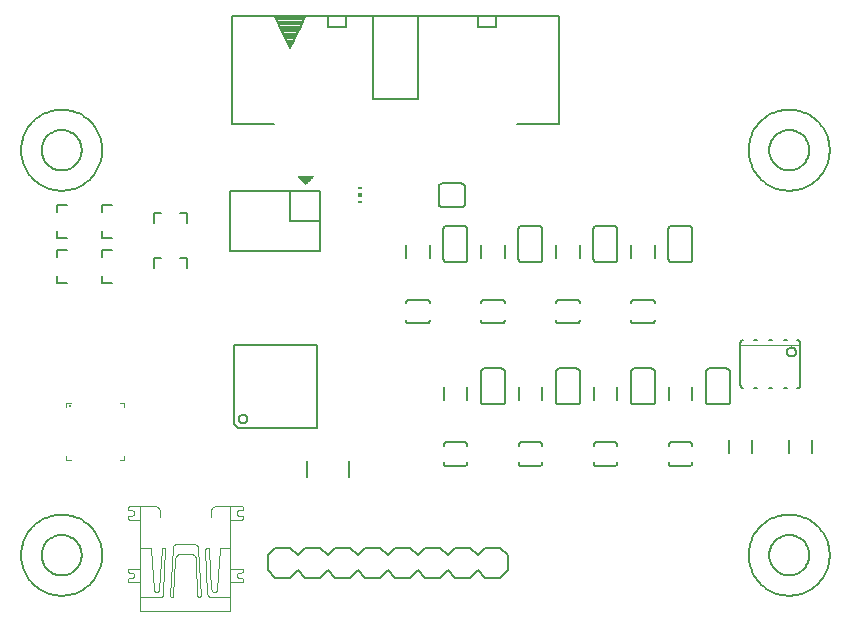
<source format=gto>
G75*
G70*
%OFA0B0*%
%FSLAX24Y24*%
%IPPOS*%
%LPD*%
%AMOC8*
5,1,8,0,0,1.08239X$1,22.5*
%
%ADD10C,0.0060*%
%ADD11C,0.0080*%
%ADD12C,0.0050*%
%ADD13C,0.0040*%
%ADD14C,0.0118*%
%ADD15C,0.0025*%
%ADD16C,0.0020*%
%ADD17R,0.0118X0.0059*%
%ADD18R,0.0118X0.0118*%
D10*
X003175Y004525D02*
X003177Y004598D01*
X003183Y004671D01*
X003193Y004743D01*
X003207Y004815D01*
X003224Y004886D01*
X003246Y004956D01*
X003271Y005025D01*
X003300Y005092D01*
X003332Y005157D01*
X003368Y005221D01*
X003408Y005283D01*
X003450Y005342D01*
X003496Y005399D01*
X003545Y005453D01*
X003597Y005505D01*
X003651Y005554D01*
X003708Y005600D01*
X003767Y005642D01*
X003829Y005682D01*
X003893Y005718D01*
X003958Y005750D01*
X004025Y005779D01*
X004094Y005804D01*
X004164Y005826D01*
X004235Y005843D01*
X004307Y005857D01*
X004379Y005867D01*
X004452Y005873D01*
X004525Y005875D01*
X004598Y005873D01*
X004671Y005867D01*
X004743Y005857D01*
X004815Y005843D01*
X004886Y005826D01*
X004956Y005804D01*
X005025Y005779D01*
X005092Y005750D01*
X005157Y005718D01*
X005221Y005682D01*
X005283Y005642D01*
X005342Y005600D01*
X005399Y005554D01*
X005453Y005505D01*
X005505Y005453D01*
X005554Y005399D01*
X005600Y005342D01*
X005642Y005283D01*
X005682Y005221D01*
X005718Y005157D01*
X005750Y005092D01*
X005779Y005025D01*
X005804Y004956D01*
X005826Y004886D01*
X005843Y004815D01*
X005857Y004743D01*
X005867Y004671D01*
X005873Y004598D01*
X005875Y004525D01*
X005873Y004452D01*
X005867Y004379D01*
X005857Y004307D01*
X005843Y004235D01*
X005826Y004164D01*
X005804Y004094D01*
X005779Y004025D01*
X005750Y003958D01*
X005718Y003893D01*
X005682Y003829D01*
X005642Y003767D01*
X005600Y003708D01*
X005554Y003651D01*
X005505Y003597D01*
X005453Y003545D01*
X005399Y003496D01*
X005342Y003450D01*
X005283Y003408D01*
X005221Y003368D01*
X005157Y003332D01*
X005092Y003300D01*
X005025Y003271D01*
X004956Y003246D01*
X004886Y003224D01*
X004815Y003207D01*
X004743Y003193D01*
X004671Y003183D01*
X004598Y003177D01*
X004525Y003175D01*
X004452Y003177D01*
X004379Y003183D01*
X004307Y003193D01*
X004235Y003207D01*
X004164Y003224D01*
X004094Y003246D01*
X004025Y003271D01*
X003958Y003300D01*
X003893Y003332D01*
X003829Y003368D01*
X003767Y003408D01*
X003708Y003450D01*
X003651Y003496D01*
X003597Y003545D01*
X003545Y003597D01*
X003496Y003651D01*
X003450Y003708D01*
X003408Y003767D01*
X003368Y003829D01*
X003332Y003893D01*
X003300Y003958D01*
X003271Y004025D01*
X003246Y004094D01*
X003224Y004164D01*
X003207Y004235D01*
X003193Y004307D01*
X003183Y004379D01*
X003177Y004452D01*
X003175Y004525D01*
X010270Y008910D02*
X010410Y008770D01*
X013030Y008770D01*
X013030Y011530D01*
X010270Y011530D01*
X010270Y008910D01*
X010429Y009070D02*
X010431Y009093D01*
X010437Y009116D01*
X010446Y009137D01*
X010459Y009157D01*
X010475Y009174D01*
X010493Y009188D01*
X010513Y009199D01*
X010535Y009207D01*
X010558Y009211D01*
X010582Y009211D01*
X010605Y009207D01*
X010627Y009199D01*
X010647Y009188D01*
X010665Y009174D01*
X010681Y009157D01*
X010694Y009137D01*
X010703Y009116D01*
X010709Y009093D01*
X010711Y009070D01*
X010709Y009047D01*
X010703Y009024D01*
X010694Y009003D01*
X010681Y008983D01*
X010665Y008966D01*
X010647Y008952D01*
X010627Y008941D01*
X010605Y008933D01*
X010582Y008929D01*
X010558Y008929D01*
X010535Y008933D01*
X010513Y008941D01*
X010493Y008952D01*
X010475Y008966D01*
X010459Y008983D01*
X010446Y009003D01*
X010437Y009024D01*
X010431Y009047D01*
X010429Y009070D01*
X017350Y014300D02*
X017950Y014300D01*
X017967Y014302D01*
X017984Y014306D01*
X018000Y014313D01*
X018014Y014323D01*
X018027Y014336D01*
X018037Y014350D01*
X018044Y014366D01*
X018048Y014383D01*
X018050Y014400D01*
X018050Y015400D01*
X018048Y015417D01*
X018044Y015434D01*
X018037Y015450D01*
X018027Y015464D01*
X018014Y015477D01*
X018000Y015487D01*
X017984Y015494D01*
X017967Y015498D01*
X017950Y015500D01*
X017350Y015500D01*
X017333Y015498D01*
X017316Y015494D01*
X017300Y015487D01*
X017286Y015477D01*
X017273Y015464D01*
X017263Y015450D01*
X017256Y015434D01*
X017252Y015417D01*
X017250Y015400D01*
X017250Y014400D01*
X017252Y014383D01*
X017256Y014366D01*
X017263Y014350D01*
X017273Y014336D01*
X017286Y014323D01*
X017300Y014313D01*
X017316Y014306D01*
X017333Y014302D01*
X017350Y014300D01*
X019750Y014400D02*
X019750Y015400D01*
X019752Y015417D01*
X019756Y015434D01*
X019763Y015450D01*
X019773Y015464D01*
X019786Y015477D01*
X019800Y015487D01*
X019816Y015494D01*
X019833Y015498D01*
X019850Y015500D01*
X020450Y015500D01*
X020467Y015498D01*
X020484Y015494D01*
X020500Y015487D01*
X020514Y015477D01*
X020527Y015464D01*
X020537Y015450D01*
X020544Y015434D01*
X020548Y015417D01*
X020550Y015400D01*
X020550Y014400D01*
X020548Y014383D01*
X020544Y014366D01*
X020537Y014350D01*
X020527Y014336D01*
X020514Y014323D01*
X020500Y014313D01*
X020484Y014306D01*
X020467Y014302D01*
X020450Y014300D01*
X019850Y014300D01*
X019833Y014302D01*
X019816Y014306D01*
X019800Y014313D01*
X019786Y014323D01*
X019773Y014336D01*
X019763Y014350D01*
X019756Y014366D01*
X019752Y014383D01*
X019750Y014400D01*
X022250Y014400D02*
X022250Y015400D01*
X022252Y015417D01*
X022256Y015434D01*
X022263Y015450D01*
X022273Y015464D01*
X022286Y015477D01*
X022300Y015487D01*
X022316Y015494D01*
X022333Y015498D01*
X022350Y015500D01*
X022950Y015500D01*
X022967Y015498D01*
X022984Y015494D01*
X023000Y015487D01*
X023014Y015477D01*
X023027Y015464D01*
X023037Y015450D01*
X023044Y015434D01*
X023048Y015417D01*
X023050Y015400D01*
X023050Y014400D01*
X023048Y014383D01*
X023044Y014366D01*
X023037Y014350D01*
X023027Y014336D01*
X023014Y014323D01*
X023000Y014313D01*
X022984Y014306D01*
X022967Y014302D01*
X022950Y014300D01*
X022350Y014300D01*
X022333Y014302D01*
X022316Y014306D01*
X022300Y014313D01*
X022286Y014323D01*
X022273Y014336D01*
X022263Y014350D01*
X022256Y014366D01*
X022252Y014383D01*
X022250Y014400D01*
X024750Y014400D02*
X024750Y015400D01*
X024752Y015417D01*
X024756Y015434D01*
X024763Y015450D01*
X024773Y015464D01*
X024786Y015477D01*
X024800Y015487D01*
X024816Y015494D01*
X024833Y015498D01*
X024850Y015500D01*
X025450Y015500D01*
X025467Y015498D01*
X025484Y015494D01*
X025500Y015487D01*
X025514Y015477D01*
X025527Y015464D01*
X025537Y015450D01*
X025544Y015434D01*
X025548Y015417D01*
X025550Y015400D01*
X025550Y014400D01*
X025548Y014383D01*
X025544Y014366D01*
X025537Y014350D01*
X025527Y014336D01*
X025514Y014323D01*
X025500Y014313D01*
X025484Y014306D01*
X025467Y014302D01*
X025450Y014300D01*
X024850Y014300D01*
X024833Y014302D01*
X024816Y014306D01*
X024800Y014313D01*
X024786Y014323D01*
X024773Y014336D01*
X024763Y014350D01*
X024756Y014366D01*
X024752Y014383D01*
X024750Y014400D01*
X027150Y011600D02*
X027150Y010200D01*
X027152Y010183D01*
X027156Y010166D01*
X027163Y010150D01*
X027173Y010136D01*
X027186Y010123D01*
X027200Y010113D01*
X027216Y010106D01*
X027233Y010102D01*
X027250Y010100D01*
X027600Y010100D02*
X027700Y010100D01*
X028100Y010100D02*
X028200Y010100D01*
X028600Y010100D02*
X028700Y010100D01*
X029050Y010100D02*
X029067Y010102D01*
X029084Y010106D01*
X029100Y010113D01*
X029114Y010123D01*
X029127Y010136D01*
X029137Y010150D01*
X029144Y010166D01*
X029148Y010183D01*
X029150Y010200D01*
X029150Y011600D01*
X029148Y011617D01*
X029144Y011634D01*
X029137Y011650D01*
X029127Y011664D01*
X029114Y011677D01*
X029100Y011687D01*
X029084Y011694D01*
X029067Y011698D01*
X029050Y011700D01*
X028700Y011700D02*
X028600Y011700D01*
X028200Y011700D02*
X028100Y011700D01*
X027700Y011700D02*
X027600Y011700D01*
X027250Y011700D02*
X027233Y011698D01*
X027216Y011694D01*
X027200Y011687D01*
X027186Y011677D01*
X027173Y011664D01*
X027163Y011650D01*
X027156Y011634D01*
X027152Y011617D01*
X027150Y011600D01*
X026700Y010750D02*
X026100Y010750D01*
X026083Y010748D01*
X026066Y010744D01*
X026050Y010737D01*
X026036Y010727D01*
X026023Y010714D01*
X026013Y010700D01*
X026006Y010684D01*
X026002Y010667D01*
X026000Y010650D01*
X026000Y009650D01*
X026002Y009633D01*
X026006Y009616D01*
X026013Y009600D01*
X026023Y009586D01*
X026036Y009573D01*
X026050Y009563D01*
X026066Y009556D01*
X026083Y009552D01*
X026100Y009550D01*
X026700Y009550D01*
X026717Y009552D01*
X026734Y009556D01*
X026750Y009563D01*
X026764Y009573D01*
X026777Y009586D01*
X026787Y009600D01*
X026794Y009616D01*
X026798Y009633D01*
X026800Y009650D01*
X026800Y010650D01*
X026798Y010667D01*
X026794Y010684D01*
X026787Y010700D01*
X026777Y010714D01*
X026764Y010727D01*
X026750Y010737D01*
X026734Y010744D01*
X026717Y010748D01*
X026700Y010750D01*
X028700Y011300D02*
X028702Y011324D01*
X028708Y011348D01*
X028717Y011370D01*
X028730Y011390D01*
X028746Y011408D01*
X028765Y011423D01*
X028786Y011436D01*
X028808Y011444D01*
X028832Y011449D01*
X028856Y011450D01*
X028880Y011447D01*
X028903Y011440D01*
X028925Y011430D01*
X028945Y011416D01*
X028962Y011399D01*
X028977Y011380D01*
X028988Y011359D01*
X028996Y011336D01*
X029000Y011312D01*
X029000Y011288D01*
X028996Y011264D01*
X028988Y011241D01*
X028977Y011220D01*
X028962Y011201D01*
X028945Y011184D01*
X028925Y011170D01*
X028903Y011160D01*
X028880Y011153D01*
X028856Y011150D01*
X028832Y011151D01*
X028808Y011156D01*
X028786Y011164D01*
X028765Y011177D01*
X028746Y011192D01*
X028730Y011210D01*
X028717Y011230D01*
X028708Y011252D01*
X028702Y011276D01*
X028700Y011300D01*
X024300Y010650D02*
X024300Y009650D01*
X024298Y009633D01*
X024294Y009616D01*
X024287Y009600D01*
X024277Y009586D01*
X024264Y009573D01*
X024250Y009563D01*
X024234Y009556D01*
X024217Y009552D01*
X024200Y009550D01*
X023600Y009550D01*
X023583Y009552D01*
X023566Y009556D01*
X023550Y009563D01*
X023536Y009573D01*
X023523Y009586D01*
X023513Y009600D01*
X023506Y009616D01*
X023502Y009633D01*
X023500Y009650D01*
X023500Y010650D01*
X023502Y010667D01*
X023506Y010684D01*
X023513Y010700D01*
X023523Y010714D01*
X023536Y010727D01*
X023550Y010737D01*
X023566Y010744D01*
X023583Y010748D01*
X023600Y010750D01*
X024200Y010750D01*
X024217Y010748D01*
X024234Y010744D01*
X024250Y010737D01*
X024264Y010727D01*
X024277Y010714D01*
X024287Y010700D01*
X024294Y010684D01*
X024298Y010667D01*
X024300Y010650D01*
X021800Y010650D02*
X021800Y009650D01*
X021798Y009633D01*
X021794Y009616D01*
X021787Y009600D01*
X021777Y009586D01*
X021764Y009573D01*
X021750Y009563D01*
X021734Y009556D01*
X021717Y009552D01*
X021700Y009550D01*
X021100Y009550D01*
X021083Y009552D01*
X021066Y009556D01*
X021050Y009563D01*
X021036Y009573D01*
X021023Y009586D01*
X021013Y009600D01*
X021006Y009616D01*
X021002Y009633D01*
X021000Y009650D01*
X021000Y010650D01*
X021002Y010667D01*
X021006Y010684D01*
X021013Y010700D01*
X021023Y010714D01*
X021036Y010727D01*
X021050Y010737D01*
X021066Y010744D01*
X021083Y010748D01*
X021100Y010750D01*
X021700Y010750D01*
X021717Y010748D01*
X021734Y010744D01*
X021750Y010737D01*
X021764Y010727D01*
X021777Y010714D01*
X021787Y010700D01*
X021794Y010684D01*
X021798Y010667D01*
X021800Y010650D01*
X019300Y010650D02*
X019300Y009650D01*
X019298Y009633D01*
X019294Y009616D01*
X019287Y009600D01*
X019277Y009586D01*
X019264Y009573D01*
X019250Y009563D01*
X019234Y009556D01*
X019217Y009552D01*
X019200Y009550D01*
X018600Y009550D01*
X018583Y009552D01*
X018566Y009556D01*
X018550Y009563D01*
X018536Y009573D01*
X018523Y009586D01*
X018513Y009600D01*
X018506Y009616D01*
X018502Y009633D01*
X018500Y009650D01*
X018500Y010650D01*
X018502Y010667D01*
X018506Y010684D01*
X018513Y010700D01*
X018523Y010714D01*
X018536Y010727D01*
X018550Y010737D01*
X018566Y010744D01*
X018583Y010748D01*
X018600Y010750D01*
X019200Y010750D01*
X019217Y010748D01*
X019234Y010744D01*
X019250Y010737D01*
X019264Y010727D01*
X019277Y010714D01*
X019287Y010700D01*
X019294Y010684D01*
X019298Y010667D01*
X019300Y010650D01*
X013150Y014650D02*
X010150Y014650D01*
X010150Y016650D01*
X012150Y016650D01*
X012150Y015650D01*
X013150Y015650D01*
X013150Y014650D01*
X013150Y015650D02*
X013150Y016650D01*
X012150Y016650D01*
X017092Y016820D02*
X017092Y016230D01*
X017091Y016229D02*
X017095Y016211D01*
X017101Y016193D01*
X017111Y016176D01*
X017123Y016162D01*
X017138Y016149D01*
X017154Y016140D01*
X017172Y016134D01*
X017191Y016130D01*
X017210Y016130D01*
X017210Y016131D02*
X017840Y016131D01*
X017859Y016131D01*
X017878Y016135D01*
X017896Y016141D01*
X017912Y016151D01*
X017927Y016163D01*
X017939Y016177D01*
X017949Y016194D01*
X017955Y016211D01*
X017959Y016230D01*
X017958Y016230D02*
X017958Y016820D01*
X017959Y016820D02*
X017955Y016839D01*
X017949Y016856D01*
X017939Y016873D01*
X017927Y016887D01*
X017912Y016899D01*
X017896Y016909D01*
X017878Y016915D01*
X017859Y016919D01*
X017840Y016919D01*
X017210Y016919D01*
X017191Y016919D01*
X017172Y016915D01*
X017154Y016909D01*
X017138Y016899D01*
X017123Y016887D01*
X017111Y016873D01*
X017101Y016856D01*
X017095Y016839D01*
X017091Y016820D01*
X027425Y018025D02*
X027427Y018098D01*
X027433Y018171D01*
X027443Y018243D01*
X027457Y018315D01*
X027474Y018386D01*
X027496Y018456D01*
X027521Y018525D01*
X027550Y018592D01*
X027582Y018657D01*
X027618Y018721D01*
X027658Y018783D01*
X027700Y018842D01*
X027746Y018899D01*
X027795Y018953D01*
X027847Y019005D01*
X027901Y019054D01*
X027958Y019100D01*
X028017Y019142D01*
X028079Y019182D01*
X028143Y019218D01*
X028208Y019250D01*
X028275Y019279D01*
X028344Y019304D01*
X028414Y019326D01*
X028485Y019343D01*
X028557Y019357D01*
X028629Y019367D01*
X028702Y019373D01*
X028775Y019375D01*
X028848Y019373D01*
X028921Y019367D01*
X028993Y019357D01*
X029065Y019343D01*
X029136Y019326D01*
X029206Y019304D01*
X029275Y019279D01*
X029342Y019250D01*
X029407Y019218D01*
X029471Y019182D01*
X029533Y019142D01*
X029592Y019100D01*
X029649Y019054D01*
X029703Y019005D01*
X029755Y018953D01*
X029804Y018899D01*
X029850Y018842D01*
X029892Y018783D01*
X029932Y018721D01*
X029968Y018657D01*
X030000Y018592D01*
X030029Y018525D01*
X030054Y018456D01*
X030076Y018386D01*
X030093Y018315D01*
X030107Y018243D01*
X030117Y018171D01*
X030123Y018098D01*
X030125Y018025D01*
X030123Y017952D01*
X030117Y017879D01*
X030107Y017807D01*
X030093Y017735D01*
X030076Y017664D01*
X030054Y017594D01*
X030029Y017525D01*
X030000Y017458D01*
X029968Y017393D01*
X029932Y017329D01*
X029892Y017267D01*
X029850Y017208D01*
X029804Y017151D01*
X029755Y017097D01*
X029703Y017045D01*
X029649Y016996D01*
X029592Y016950D01*
X029533Y016908D01*
X029471Y016868D01*
X029407Y016832D01*
X029342Y016800D01*
X029275Y016771D01*
X029206Y016746D01*
X029136Y016724D01*
X029065Y016707D01*
X028993Y016693D01*
X028921Y016683D01*
X028848Y016677D01*
X028775Y016675D01*
X028702Y016677D01*
X028629Y016683D01*
X028557Y016693D01*
X028485Y016707D01*
X028414Y016724D01*
X028344Y016746D01*
X028275Y016771D01*
X028208Y016800D01*
X028143Y016832D01*
X028079Y016868D01*
X028017Y016908D01*
X027958Y016950D01*
X027901Y016996D01*
X027847Y017045D01*
X027795Y017097D01*
X027746Y017151D01*
X027700Y017208D01*
X027658Y017267D01*
X027618Y017329D01*
X027582Y017393D01*
X027550Y017458D01*
X027521Y017525D01*
X027496Y017594D01*
X027474Y017664D01*
X027457Y017735D01*
X027443Y017807D01*
X027433Y017879D01*
X027427Y017952D01*
X027425Y018025D01*
X027425Y004525D02*
X027427Y004598D01*
X027433Y004671D01*
X027443Y004743D01*
X027457Y004815D01*
X027474Y004886D01*
X027496Y004956D01*
X027521Y005025D01*
X027550Y005092D01*
X027582Y005157D01*
X027618Y005221D01*
X027658Y005283D01*
X027700Y005342D01*
X027746Y005399D01*
X027795Y005453D01*
X027847Y005505D01*
X027901Y005554D01*
X027958Y005600D01*
X028017Y005642D01*
X028079Y005682D01*
X028143Y005718D01*
X028208Y005750D01*
X028275Y005779D01*
X028344Y005804D01*
X028414Y005826D01*
X028485Y005843D01*
X028557Y005857D01*
X028629Y005867D01*
X028702Y005873D01*
X028775Y005875D01*
X028848Y005873D01*
X028921Y005867D01*
X028993Y005857D01*
X029065Y005843D01*
X029136Y005826D01*
X029206Y005804D01*
X029275Y005779D01*
X029342Y005750D01*
X029407Y005718D01*
X029471Y005682D01*
X029533Y005642D01*
X029592Y005600D01*
X029649Y005554D01*
X029703Y005505D01*
X029755Y005453D01*
X029804Y005399D01*
X029850Y005342D01*
X029892Y005283D01*
X029932Y005221D01*
X029968Y005157D01*
X030000Y005092D01*
X030029Y005025D01*
X030054Y004956D01*
X030076Y004886D01*
X030093Y004815D01*
X030107Y004743D01*
X030117Y004671D01*
X030123Y004598D01*
X030125Y004525D01*
X030123Y004452D01*
X030117Y004379D01*
X030107Y004307D01*
X030093Y004235D01*
X030076Y004164D01*
X030054Y004094D01*
X030029Y004025D01*
X030000Y003958D01*
X029968Y003893D01*
X029932Y003829D01*
X029892Y003767D01*
X029850Y003708D01*
X029804Y003651D01*
X029755Y003597D01*
X029703Y003545D01*
X029649Y003496D01*
X029592Y003450D01*
X029533Y003408D01*
X029471Y003368D01*
X029407Y003332D01*
X029342Y003300D01*
X029275Y003271D01*
X029206Y003246D01*
X029136Y003224D01*
X029065Y003207D01*
X028993Y003193D01*
X028921Y003183D01*
X028848Y003177D01*
X028775Y003175D01*
X028702Y003177D01*
X028629Y003183D01*
X028557Y003193D01*
X028485Y003207D01*
X028414Y003224D01*
X028344Y003246D01*
X028275Y003271D01*
X028208Y003300D01*
X028143Y003332D01*
X028079Y003368D01*
X028017Y003408D01*
X027958Y003450D01*
X027901Y003496D01*
X027847Y003545D01*
X027795Y003597D01*
X027746Y003651D01*
X027700Y003708D01*
X027658Y003767D01*
X027618Y003829D01*
X027582Y003893D01*
X027550Y003958D01*
X027521Y004025D01*
X027496Y004094D01*
X027474Y004164D01*
X027457Y004235D01*
X027443Y004307D01*
X027433Y004379D01*
X027427Y004452D01*
X027425Y004525D01*
X003175Y018025D02*
X003177Y018098D01*
X003183Y018171D01*
X003193Y018243D01*
X003207Y018315D01*
X003224Y018386D01*
X003246Y018456D01*
X003271Y018525D01*
X003300Y018592D01*
X003332Y018657D01*
X003368Y018721D01*
X003408Y018783D01*
X003450Y018842D01*
X003496Y018899D01*
X003545Y018953D01*
X003597Y019005D01*
X003651Y019054D01*
X003708Y019100D01*
X003767Y019142D01*
X003829Y019182D01*
X003893Y019218D01*
X003958Y019250D01*
X004025Y019279D01*
X004094Y019304D01*
X004164Y019326D01*
X004235Y019343D01*
X004307Y019357D01*
X004379Y019367D01*
X004452Y019373D01*
X004525Y019375D01*
X004598Y019373D01*
X004671Y019367D01*
X004743Y019357D01*
X004815Y019343D01*
X004886Y019326D01*
X004956Y019304D01*
X005025Y019279D01*
X005092Y019250D01*
X005157Y019218D01*
X005221Y019182D01*
X005283Y019142D01*
X005342Y019100D01*
X005399Y019054D01*
X005453Y019005D01*
X005505Y018953D01*
X005554Y018899D01*
X005600Y018842D01*
X005642Y018783D01*
X005682Y018721D01*
X005718Y018657D01*
X005750Y018592D01*
X005779Y018525D01*
X005804Y018456D01*
X005826Y018386D01*
X005843Y018315D01*
X005857Y018243D01*
X005867Y018171D01*
X005873Y018098D01*
X005875Y018025D01*
X005873Y017952D01*
X005867Y017879D01*
X005857Y017807D01*
X005843Y017735D01*
X005826Y017664D01*
X005804Y017594D01*
X005779Y017525D01*
X005750Y017458D01*
X005718Y017393D01*
X005682Y017329D01*
X005642Y017267D01*
X005600Y017208D01*
X005554Y017151D01*
X005505Y017097D01*
X005453Y017045D01*
X005399Y016996D01*
X005342Y016950D01*
X005283Y016908D01*
X005221Y016868D01*
X005157Y016832D01*
X005092Y016800D01*
X005025Y016771D01*
X004956Y016746D01*
X004886Y016724D01*
X004815Y016707D01*
X004743Y016693D01*
X004671Y016683D01*
X004598Y016677D01*
X004525Y016675D01*
X004452Y016677D01*
X004379Y016683D01*
X004307Y016693D01*
X004235Y016707D01*
X004164Y016724D01*
X004094Y016746D01*
X004025Y016771D01*
X003958Y016800D01*
X003893Y016832D01*
X003829Y016868D01*
X003767Y016908D01*
X003708Y016950D01*
X003651Y016996D01*
X003597Y017045D01*
X003545Y017097D01*
X003496Y017151D01*
X003450Y017208D01*
X003408Y017267D01*
X003368Y017329D01*
X003332Y017393D01*
X003300Y017458D01*
X003271Y017525D01*
X003246Y017594D01*
X003224Y017664D01*
X003207Y017735D01*
X003193Y017807D01*
X003183Y017879D01*
X003177Y017952D01*
X003175Y018025D01*
D11*
X003856Y004525D02*
X003858Y004576D01*
X003864Y004627D01*
X003874Y004677D01*
X003887Y004727D01*
X003905Y004775D01*
X003925Y004822D01*
X003950Y004867D01*
X003978Y004910D01*
X004009Y004951D01*
X004043Y004989D01*
X004080Y005024D01*
X004119Y005057D01*
X004161Y005087D01*
X004205Y005113D01*
X004251Y005135D01*
X004299Y005155D01*
X004348Y005170D01*
X004398Y005182D01*
X004448Y005190D01*
X004499Y005194D01*
X004551Y005194D01*
X004602Y005190D01*
X004652Y005182D01*
X004702Y005170D01*
X004751Y005155D01*
X004799Y005135D01*
X004845Y005113D01*
X004889Y005087D01*
X004931Y005057D01*
X004970Y005024D01*
X005007Y004989D01*
X005041Y004951D01*
X005072Y004910D01*
X005100Y004867D01*
X005125Y004822D01*
X005145Y004775D01*
X005163Y004727D01*
X005176Y004677D01*
X005186Y004627D01*
X005192Y004576D01*
X005194Y004525D01*
X005192Y004474D01*
X005186Y004423D01*
X005176Y004373D01*
X005163Y004323D01*
X005145Y004275D01*
X005125Y004228D01*
X005100Y004183D01*
X005072Y004140D01*
X005041Y004099D01*
X005007Y004061D01*
X004970Y004026D01*
X004931Y003993D01*
X004889Y003963D01*
X004845Y003937D01*
X004799Y003915D01*
X004751Y003895D01*
X004702Y003880D01*
X004652Y003868D01*
X004602Y003860D01*
X004551Y003856D01*
X004499Y003856D01*
X004448Y003860D01*
X004398Y003868D01*
X004348Y003880D01*
X004299Y003895D01*
X004251Y003915D01*
X004205Y003937D01*
X004161Y003963D01*
X004119Y003993D01*
X004080Y004026D01*
X004043Y004061D01*
X004009Y004099D01*
X003978Y004140D01*
X003950Y004183D01*
X003925Y004228D01*
X003905Y004275D01*
X003887Y004323D01*
X003874Y004373D01*
X003864Y004423D01*
X003858Y004474D01*
X003856Y004525D01*
X011400Y004525D02*
X011400Y004025D01*
X011650Y003775D01*
X012150Y003775D01*
X012400Y004025D01*
X012650Y003775D01*
X013150Y003775D01*
X013400Y004025D01*
X013650Y003775D01*
X014150Y003775D01*
X014400Y004025D01*
X014650Y003775D01*
X015150Y003775D01*
X015400Y004025D01*
X015650Y003775D01*
X016150Y003775D01*
X016400Y004025D01*
X016650Y003775D01*
X017150Y003775D01*
X017400Y004025D01*
X017650Y003775D01*
X018150Y003775D01*
X018400Y004025D01*
X018650Y003775D01*
X019150Y003775D01*
X019400Y004025D01*
X019400Y004525D01*
X019150Y004775D01*
X018650Y004775D01*
X018400Y004525D01*
X018150Y004775D01*
X017650Y004775D01*
X017400Y004525D01*
X017150Y004775D01*
X016650Y004775D01*
X016400Y004525D01*
X016150Y004775D01*
X015650Y004775D01*
X015400Y004525D01*
X015150Y004775D01*
X014650Y004775D01*
X014400Y004525D01*
X014150Y004775D01*
X013650Y004775D01*
X013400Y004525D01*
X013150Y004775D01*
X012650Y004775D01*
X012400Y004525D01*
X012150Y004775D01*
X011650Y004775D01*
X011400Y004525D01*
X012691Y007144D02*
X012691Y007656D01*
X014109Y007656D02*
X014109Y007144D01*
X017335Y007506D02*
X017965Y007506D01*
X017965Y007507D02*
X017981Y007512D01*
X017997Y007520D01*
X018011Y007530D01*
X018023Y007542D01*
X018033Y007557D01*
X018040Y007573D01*
X018044Y007590D01*
X018045Y007607D01*
X018043Y007625D01*
X017335Y007507D02*
X017319Y007512D01*
X017303Y007520D01*
X017289Y007530D01*
X017277Y007542D01*
X017267Y007557D01*
X017260Y007573D01*
X017256Y007590D01*
X017255Y007607D01*
X017257Y007625D01*
X017257Y008175D02*
X017255Y008193D01*
X017256Y008210D01*
X017260Y008227D01*
X017267Y008243D01*
X017277Y008258D01*
X017289Y008270D01*
X017303Y008280D01*
X017319Y008288D01*
X017335Y008293D01*
X017335Y008294D02*
X017965Y008294D01*
X017965Y008293D02*
X017981Y008288D01*
X017997Y008280D01*
X018011Y008270D01*
X018023Y008258D01*
X018033Y008243D01*
X018040Y008227D01*
X018044Y008210D01*
X018045Y008193D01*
X018043Y008175D01*
X019835Y008294D02*
X020465Y008294D01*
X020465Y008293D02*
X020481Y008288D01*
X020497Y008280D01*
X020511Y008270D01*
X020523Y008258D01*
X020533Y008243D01*
X020540Y008227D01*
X020544Y008210D01*
X020545Y008193D01*
X020543Y008175D01*
X019835Y008293D02*
X019819Y008288D01*
X019803Y008280D01*
X019789Y008270D01*
X019777Y008258D01*
X019767Y008243D01*
X019760Y008227D01*
X019756Y008210D01*
X019755Y008193D01*
X019757Y008175D01*
X019757Y007625D02*
X019755Y007607D01*
X019756Y007590D01*
X019760Y007573D01*
X019767Y007557D01*
X019777Y007542D01*
X019789Y007530D01*
X019803Y007520D01*
X019819Y007512D01*
X019835Y007507D01*
X019835Y007506D02*
X020465Y007506D01*
X020465Y007507D02*
X020481Y007512D01*
X020497Y007520D01*
X020511Y007530D01*
X020523Y007542D01*
X020533Y007557D01*
X020540Y007573D01*
X020544Y007590D01*
X020545Y007607D01*
X020543Y007625D01*
X022335Y007506D02*
X022965Y007506D01*
X022965Y007507D02*
X022981Y007512D01*
X022997Y007520D01*
X023011Y007530D01*
X023023Y007542D01*
X023033Y007557D01*
X023040Y007573D01*
X023044Y007590D01*
X023045Y007607D01*
X023043Y007625D01*
X022335Y007507D02*
X022319Y007512D01*
X022303Y007520D01*
X022289Y007530D01*
X022277Y007542D01*
X022267Y007557D01*
X022260Y007573D01*
X022256Y007590D01*
X022255Y007607D01*
X022257Y007625D01*
X022257Y008175D02*
X022255Y008193D01*
X022256Y008210D01*
X022260Y008227D01*
X022267Y008243D01*
X022277Y008258D01*
X022289Y008270D01*
X022303Y008280D01*
X022319Y008288D01*
X022335Y008293D01*
X022335Y008294D02*
X022965Y008294D01*
X022965Y008293D02*
X022981Y008288D01*
X022997Y008280D01*
X023011Y008270D01*
X023023Y008258D01*
X023033Y008243D01*
X023040Y008227D01*
X023044Y008210D01*
X023045Y008193D01*
X023043Y008175D01*
X024835Y008294D02*
X025465Y008294D01*
X025465Y008293D02*
X025481Y008288D01*
X025497Y008280D01*
X025511Y008270D01*
X025523Y008258D01*
X025533Y008243D01*
X025540Y008227D01*
X025544Y008210D01*
X025545Y008193D01*
X025543Y008175D01*
X024835Y008293D02*
X024819Y008288D01*
X024803Y008280D01*
X024789Y008270D01*
X024777Y008258D01*
X024767Y008243D01*
X024760Y008227D01*
X024756Y008210D01*
X024755Y008193D01*
X024757Y008175D01*
X024757Y007625D02*
X024755Y007607D01*
X024756Y007590D01*
X024760Y007573D01*
X024767Y007557D01*
X024777Y007542D01*
X024789Y007530D01*
X024803Y007520D01*
X024819Y007512D01*
X024835Y007507D01*
X024835Y007506D02*
X025465Y007506D01*
X025465Y007507D02*
X025481Y007512D01*
X025497Y007520D01*
X025511Y007530D01*
X025523Y007542D01*
X025533Y007557D01*
X025540Y007573D01*
X025544Y007590D01*
X025545Y007607D01*
X025543Y007625D01*
X028106Y004525D02*
X028108Y004576D01*
X028114Y004627D01*
X028124Y004677D01*
X028137Y004727D01*
X028155Y004775D01*
X028175Y004822D01*
X028200Y004867D01*
X028228Y004910D01*
X028259Y004951D01*
X028293Y004989D01*
X028330Y005024D01*
X028369Y005057D01*
X028411Y005087D01*
X028455Y005113D01*
X028501Y005135D01*
X028549Y005155D01*
X028598Y005170D01*
X028648Y005182D01*
X028698Y005190D01*
X028749Y005194D01*
X028801Y005194D01*
X028852Y005190D01*
X028902Y005182D01*
X028952Y005170D01*
X029001Y005155D01*
X029049Y005135D01*
X029095Y005113D01*
X029139Y005087D01*
X029181Y005057D01*
X029220Y005024D01*
X029257Y004989D01*
X029291Y004951D01*
X029322Y004910D01*
X029350Y004867D01*
X029375Y004822D01*
X029395Y004775D01*
X029413Y004727D01*
X029426Y004677D01*
X029436Y004627D01*
X029442Y004576D01*
X029444Y004525D01*
X029442Y004474D01*
X029436Y004423D01*
X029426Y004373D01*
X029413Y004323D01*
X029395Y004275D01*
X029375Y004228D01*
X029350Y004183D01*
X029322Y004140D01*
X029291Y004099D01*
X029257Y004061D01*
X029220Y004026D01*
X029181Y003993D01*
X029139Y003963D01*
X029095Y003937D01*
X029049Y003915D01*
X029001Y003895D01*
X028952Y003880D01*
X028902Y003868D01*
X028852Y003860D01*
X028801Y003856D01*
X028749Y003856D01*
X028698Y003860D01*
X028648Y003868D01*
X028598Y003880D01*
X028549Y003895D01*
X028501Y003915D01*
X028455Y003937D01*
X028411Y003963D01*
X028369Y003993D01*
X028330Y004026D01*
X028293Y004061D01*
X028259Y004099D01*
X028228Y004140D01*
X028200Y004183D01*
X028175Y004228D01*
X028155Y004275D01*
X028137Y004323D01*
X028124Y004373D01*
X028114Y004423D01*
X028108Y004474D01*
X028106Y004525D01*
X024215Y012256D02*
X023585Y012256D01*
X023585Y012257D02*
X023569Y012262D01*
X023553Y012270D01*
X023539Y012280D01*
X023527Y012292D01*
X023517Y012307D01*
X023510Y012323D01*
X023506Y012340D01*
X023505Y012357D01*
X023507Y012375D01*
X023507Y012925D02*
X023505Y012943D01*
X023506Y012960D01*
X023510Y012977D01*
X023517Y012993D01*
X023527Y013008D01*
X023539Y013020D01*
X023553Y013030D01*
X023569Y013038D01*
X023585Y013043D01*
X023585Y013044D02*
X024215Y013044D01*
X024215Y013043D02*
X024231Y013038D01*
X024247Y013030D01*
X024261Y013020D01*
X024273Y013008D01*
X024283Y012993D01*
X024290Y012977D01*
X024294Y012960D01*
X024295Y012943D01*
X024293Y012925D01*
X024293Y012375D02*
X024295Y012357D01*
X024294Y012340D01*
X024290Y012323D01*
X024283Y012307D01*
X024273Y012292D01*
X024261Y012280D01*
X024247Y012270D01*
X024231Y012262D01*
X024215Y012257D01*
X021715Y012256D02*
X021085Y012256D01*
X021085Y012257D02*
X021069Y012262D01*
X021053Y012270D01*
X021039Y012280D01*
X021027Y012292D01*
X021017Y012307D01*
X021010Y012323D01*
X021006Y012340D01*
X021005Y012357D01*
X021007Y012375D01*
X021007Y012925D02*
X021005Y012943D01*
X021006Y012960D01*
X021010Y012977D01*
X021017Y012993D01*
X021027Y013008D01*
X021039Y013020D01*
X021053Y013030D01*
X021069Y013038D01*
X021085Y013043D01*
X021085Y013044D02*
X021715Y013044D01*
X021715Y013043D02*
X021731Y013038D01*
X021747Y013030D01*
X021761Y013020D01*
X021773Y013008D01*
X021783Y012993D01*
X021790Y012977D01*
X021794Y012960D01*
X021795Y012943D01*
X021793Y012925D01*
X021793Y012375D02*
X021795Y012357D01*
X021794Y012340D01*
X021790Y012323D01*
X021783Y012307D01*
X021773Y012292D01*
X021761Y012280D01*
X021747Y012270D01*
X021731Y012262D01*
X021715Y012257D01*
X019215Y012256D02*
X018585Y012256D01*
X018585Y012257D02*
X018569Y012262D01*
X018553Y012270D01*
X018539Y012280D01*
X018527Y012292D01*
X018517Y012307D01*
X018510Y012323D01*
X018506Y012340D01*
X018505Y012357D01*
X018507Y012375D01*
X018507Y012925D02*
X018505Y012943D01*
X018506Y012960D01*
X018510Y012977D01*
X018517Y012993D01*
X018527Y013008D01*
X018539Y013020D01*
X018553Y013030D01*
X018569Y013038D01*
X018585Y013043D01*
X018585Y013044D02*
X019215Y013044D01*
X019215Y013043D02*
X019231Y013038D01*
X019247Y013030D01*
X019261Y013020D01*
X019273Y013008D01*
X019283Y012993D01*
X019290Y012977D01*
X019294Y012960D01*
X019295Y012943D01*
X019293Y012925D01*
X019293Y012375D02*
X019295Y012357D01*
X019294Y012340D01*
X019290Y012323D01*
X019283Y012307D01*
X019273Y012292D01*
X019261Y012280D01*
X019247Y012270D01*
X019231Y012262D01*
X019215Y012257D01*
X016715Y012256D02*
X016085Y012256D01*
X016085Y012257D02*
X016069Y012262D01*
X016053Y012270D01*
X016039Y012280D01*
X016027Y012292D01*
X016017Y012307D01*
X016010Y012323D01*
X016006Y012340D01*
X016005Y012357D01*
X016007Y012375D01*
X016007Y012925D02*
X016005Y012943D01*
X016006Y012960D01*
X016010Y012977D01*
X016017Y012993D01*
X016027Y013008D01*
X016039Y013020D01*
X016053Y013030D01*
X016069Y013038D01*
X016085Y013043D01*
X016085Y013044D02*
X016715Y013044D01*
X016715Y013043D02*
X016731Y013038D01*
X016747Y013030D01*
X016761Y013020D01*
X016773Y013008D01*
X016783Y012993D01*
X016790Y012977D01*
X016794Y012960D01*
X016795Y012943D01*
X016793Y012925D01*
X016793Y012375D02*
X016795Y012357D01*
X016794Y012340D01*
X016790Y012323D01*
X016783Y012307D01*
X016773Y012292D01*
X016761Y012280D01*
X016747Y012270D01*
X016731Y012262D01*
X016715Y012257D01*
X008701Y014111D02*
X008701Y014426D01*
X008465Y014426D01*
X007835Y014426D02*
X007599Y014426D01*
X007599Y014111D01*
X006189Y013599D02*
X005874Y013599D01*
X005874Y013835D01*
X005874Y014465D02*
X005874Y014701D01*
X006189Y014701D01*
X006189Y015099D02*
X005874Y015099D01*
X005874Y015335D01*
X005874Y015965D02*
X005874Y016201D01*
X006189Y016201D01*
X007599Y015926D02*
X007599Y015611D01*
X007599Y015926D02*
X007835Y015926D01*
X008465Y015926D02*
X008701Y015926D01*
X008701Y015611D01*
X004689Y015099D02*
X004374Y015099D01*
X004374Y015335D01*
X004374Y015965D02*
X004374Y016201D01*
X004689Y016201D01*
X004689Y014701D02*
X004374Y014701D01*
X004374Y014465D01*
X004374Y013835D02*
X004374Y013599D01*
X004689Y013599D01*
X003856Y018025D02*
X003858Y018076D01*
X003864Y018127D01*
X003874Y018177D01*
X003887Y018227D01*
X003905Y018275D01*
X003925Y018322D01*
X003950Y018367D01*
X003978Y018410D01*
X004009Y018451D01*
X004043Y018489D01*
X004080Y018524D01*
X004119Y018557D01*
X004161Y018587D01*
X004205Y018613D01*
X004251Y018635D01*
X004299Y018655D01*
X004348Y018670D01*
X004398Y018682D01*
X004448Y018690D01*
X004499Y018694D01*
X004551Y018694D01*
X004602Y018690D01*
X004652Y018682D01*
X004702Y018670D01*
X004751Y018655D01*
X004799Y018635D01*
X004845Y018613D01*
X004889Y018587D01*
X004931Y018557D01*
X004970Y018524D01*
X005007Y018489D01*
X005041Y018451D01*
X005072Y018410D01*
X005100Y018367D01*
X005125Y018322D01*
X005145Y018275D01*
X005163Y018227D01*
X005176Y018177D01*
X005186Y018127D01*
X005192Y018076D01*
X005194Y018025D01*
X005192Y017974D01*
X005186Y017923D01*
X005176Y017873D01*
X005163Y017823D01*
X005145Y017775D01*
X005125Y017728D01*
X005100Y017683D01*
X005072Y017640D01*
X005041Y017599D01*
X005007Y017561D01*
X004970Y017526D01*
X004931Y017493D01*
X004889Y017463D01*
X004845Y017437D01*
X004799Y017415D01*
X004751Y017395D01*
X004702Y017380D01*
X004652Y017368D01*
X004602Y017360D01*
X004551Y017356D01*
X004499Y017356D01*
X004448Y017360D01*
X004398Y017368D01*
X004348Y017380D01*
X004299Y017395D01*
X004251Y017415D01*
X004205Y017437D01*
X004161Y017463D01*
X004119Y017493D01*
X004080Y017526D01*
X004043Y017561D01*
X004009Y017599D01*
X003978Y017640D01*
X003950Y017683D01*
X003925Y017728D01*
X003905Y017775D01*
X003887Y017823D01*
X003874Y017873D01*
X003864Y017923D01*
X003858Y017974D01*
X003856Y018025D01*
X010213Y018888D02*
X011608Y018888D01*
X010213Y018888D02*
X010213Y022510D01*
X013406Y022510D01*
X013406Y022128D01*
X013988Y022128D01*
X013988Y022510D01*
X013406Y022510D01*
X013988Y022510D02*
X014909Y022510D01*
X016391Y022510D01*
X016391Y019729D01*
X014909Y019729D01*
X014909Y022510D01*
X016391Y022510D02*
X018406Y022510D01*
X018406Y022128D01*
X018988Y022128D01*
X018988Y022510D01*
X018406Y022510D01*
X018988Y022510D02*
X021087Y022510D01*
X021087Y018888D01*
X019687Y018888D01*
X012612Y022383D02*
X011684Y022383D01*
X011646Y022459D02*
X012148Y021445D01*
X012650Y022459D01*
X011646Y022459D01*
X011723Y022304D02*
X012573Y022304D01*
X012534Y022226D02*
X011762Y022226D01*
X011801Y022147D02*
X012496Y022147D01*
X012457Y022069D02*
X011839Y022069D01*
X011878Y021990D02*
X012418Y021990D01*
X012379Y021912D02*
X011917Y021912D01*
X011956Y021833D02*
X012340Y021833D01*
X012301Y021755D02*
X011995Y021755D01*
X012034Y021676D02*
X012262Y021676D01*
X012223Y021598D02*
X012073Y021598D01*
X012111Y021519D02*
X012185Y021519D01*
X028106Y018025D02*
X028108Y018076D01*
X028114Y018127D01*
X028124Y018177D01*
X028137Y018227D01*
X028155Y018275D01*
X028175Y018322D01*
X028200Y018367D01*
X028228Y018410D01*
X028259Y018451D01*
X028293Y018489D01*
X028330Y018524D01*
X028369Y018557D01*
X028411Y018587D01*
X028455Y018613D01*
X028501Y018635D01*
X028549Y018655D01*
X028598Y018670D01*
X028648Y018682D01*
X028698Y018690D01*
X028749Y018694D01*
X028801Y018694D01*
X028852Y018690D01*
X028902Y018682D01*
X028952Y018670D01*
X029001Y018655D01*
X029049Y018635D01*
X029095Y018613D01*
X029139Y018587D01*
X029181Y018557D01*
X029220Y018524D01*
X029257Y018489D01*
X029291Y018451D01*
X029322Y018410D01*
X029350Y018367D01*
X029375Y018322D01*
X029395Y018275D01*
X029413Y018227D01*
X029426Y018177D01*
X029436Y018127D01*
X029442Y018076D01*
X029444Y018025D01*
X029442Y017974D01*
X029436Y017923D01*
X029426Y017873D01*
X029413Y017823D01*
X029395Y017775D01*
X029375Y017728D01*
X029350Y017683D01*
X029322Y017640D01*
X029291Y017599D01*
X029257Y017561D01*
X029220Y017526D01*
X029181Y017493D01*
X029139Y017463D01*
X029095Y017437D01*
X029049Y017415D01*
X029001Y017395D01*
X028952Y017380D01*
X028902Y017368D01*
X028852Y017360D01*
X028801Y017356D01*
X028749Y017356D01*
X028698Y017360D01*
X028648Y017368D01*
X028598Y017380D01*
X028549Y017395D01*
X028501Y017415D01*
X028455Y017437D01*
X028411Y017463D01*
X028369Y017493D01*
X028330Y017526D01*
X028293Y017561D01*
X028259Y017599D01*
X028228Y017640D01*
X028200Y017683D01*
X028175Y017728D01*
X028155Y017775D01*
X028137Y017823D01*
X028124Y017873D01*
X028114Y017923D01*
X028108Y017974D01*
X028106Y018025D01*
D12*
X024294Y014867D02*
X024294Y014433D01*
X023506Y014433D02*
X023506Y014867D01*
X021794Y014867D02*
X021794Y014433D01*
X021006Y014433D02*
X021006Y014867D01*
X019294Y014867D02*
X019294Y014433D01*
X018506Y014433D02*
X018506Y014867D01*
X016794Y014867D02*
X016794Y014433D01*
X016006Y014433D02*
X016006Y014867D01*
X017256Y010117D02*
X017256Y009683D01*
X018044Y009683D02*
X018044Y010117D01*
X019756Y010117D02*
X019756Y009683D01*
X020544Y009683D02*
X020544Y010117D01*
X022256Y010117D02*
X022256Y009683D01*
X023044Y009683D02*
X023044Y010117D01*
X024756Y010117D02*
X024756Y009683D01*
X025544Y009683D02*
X025544Y010117D01*
X026756Y008367D02*
X026756Y007933D01*
X027544Y007933D02*
X027544Y008367D01*
X028756Y008367D02*
X028756Y007933D01*
X029544Y007933D02*
X029544Y008367D01*
D13*
X010579Y006094D02*
X010579Y006094D01*
X010580Y006094D02*
X010579Y006107D01*
X010574Y006120D01*
X010567Y006132D01*
X010557Y006142D01*
X010545Y006149D01*
X010532Y006154D01*
X010519Y006155D01*
X010518Y006154D02*
X010149Y006154D01*
X010149Y004074D01*
X010518Y004074D01*
X010519Y004073D02*
X010532Y004072D01*
X010545Y004067D01*
X010556Y004060D01*
X010566Y004050D01*
X010573Y004039D01*
X010578Y004026D01*
X010579Y004013D01*
X010579Y004013D01*
X010577Y003998D01*
X010572Y003984D01*
X010565Y003972D01*
X010554Y003961D01*
X010542Y003954D01*
X010528Y003949D01*
X010513Y003947D01*
X010452Y003947D01*
X010452Y003946D02*
X010435Y003944D01*
X010418Y003939D01*
X010403Y003931D01*
X010390Y003920D01*
X010379Y003907D01*
X010371Y003892D01*
X010366Y003875D01*
X010364Y003858D01*
X010364Y003847D01*
X010366Y003830D01*
X010371Y003813D01*
X010379Y003798D01*
X010390Y003785D01*
X010403Y003774D01*
X010418Y003766D01*
X010435Y003761D01*
X010452Y003759D01*
X010518Y003759D01*
X010532Y003757D01*
X010544Y003753D01*
X010556Y003746D01*
X010566Y003736D01*
X010573Y003724D01*
X010577Y003712D01*
X010579Y003698D01*
X010577Y003683D01*
X010572Y003669D01*
X010565Y003657D01*
X010554Y003646D01*
X010542Y003639D01*
X010528Y003634D01*
X010513Y003632D01*
X010171Y003632D01*
X010149Y004074D02*
X010149Y002650D01*
X007152Y002650D01*
X007152Y006154D01*
X007648Y006154D01*
X007670Y006152D01*
X007692Y006147D01*
X007713Y006138D01*
X007732Y006127D01*
X007749Y006112D01*
X007764Y006095D01*
X007775Y006076D01*
X007784Y006055D01*
X007789Y006033D01*
X007791Y006011D01*
X007792Y006011D02*
X007792Y005801D01*
X007152Y005713D02*
X006782Y005713D01*
X006782Y005712D02*
X006769Y005714D01*
X006756Y005718D01*
X006744Y005725D01*
X006734Y005735D01*
X006727Y005747D01*
X006722Y005760D01*
X006721Y005773D01*
X006721Y005774D02*
X006721Y005774D01*
X006723Y005789D01*
X006728Y005803D01*
X006735Y005815D01*
X006746Y005826D01*
X006758Y005833D01*
X006772Y005838D01*
X006787Y005840D01*
X006848Y005840D01*
X006865Y005842D01*
X006882Y005847D01*
X006897Y005855D01*
X006910Y005866D01*
X006921Y005879D01*
X006929Y005894D01*
X006934Y005911D01*
X006936Y005928D01*
X006936Y005939D01*
X006934Y005956D01*
X006929Y005973D01*
X006921Y005988D01*
X006910Y006001D01*
X006897Y006012D01*
X006882Y006020D01*
X006865Y006025D01*
X006848Y006027D01*
X006782Y006027D01*
X006768Y006029D01*
X006756Y006033D01*
X006744Y006040D01*
X006734Y006050D01*
X006727Y006062D01*
X006723Y006074D01*
X006721Y006088D01*
X006723Y006103D01*
X006728Y006117D01*
X006735Y006129D01*
X006746Y006140D01*
X006758Y006147D01*
X006772Y006152D01*
X006787Y006154D01*
X007157Y006154D01*
X008355Y004896D02*
X008934Y004896D01*
X008957Y004894D01*
X008978Y004889D01*
X008999Y004880D01*
X009019Y004868D01*
X009036Y004854D01*
X009050Y004837D01*
X009062Y004817D01*
X009071Y004796D01*
X009076Y004775D01*
X009078Y004752D01*
X009161Y003179D01*
X009160Y003179D02*
X009158Y003166D01*
X009152Y003153D01*
X009143Y003142D01*
X009132Y003134D01*
X009119Y003129D01*
X009105Y003127D01*
X009091Y003129D01*
X009078Y003134D01*
X009067Y003142D01*
X009058Y003153D01*
X009052Y003166D01*
X009050Y003179D01*
X008995Y004377D01*
X008995Y004405D01*
X008993Y004429D01*
X008988Y004452D01*
X008980Y004474D01*
X008969Y004495D01*
X008954Y004514D01*
X008938Y004530D01*
X008919Y004545D01*
X008898Y004556D01*
X008876Y004564D01*
X008853Y004569D01*
X008829Y004571D01*
X008829Y004570D02*
X008482Y004570D01*
X008458Y004568D01*
X008434Y004563D01*
X008411Y004555D01*
X008390Y004543D01*
X008370Y004528D01*
X008353Y004511D01*
X008338Y004491D01*
X008326Y004470D01*
X008318Y004447D01*
X008313Y004423D01*
X008311Y004399D01*
X008244Y003174D01*
X008245Y003174D02*
X008242Y003161D01*
X008236Y003148D01*
X008227Y003138D01*
X008216Y003130D01*
X008203Y003125D01*
X008189Y003124D01*
X008176Y003127D01*
X008163Y003133D01*
X008153Y003142D01*
X008145Y003153D01*
X008140Y003166D01*
X008139Y003180D01*
X008140Y003179D02*
X008222Y004764D01*
X008222Y004763D02*
X008224Y004784D01*
X008229Y004804D01*
X008237Y004823D01*
X008247Y004841D01*
X008261Y004857D01*
X008277Y004871D01*
X008295Y004881D01*
X008314Y004889D01*
X008334Y004894D01*
X008355Y004896D01*
X007985Y004719D02*
X007919Y003273D01*
X007919Y003257D01*
X007917Y003235D01*
X007912Y003214D01*
X007904Y003194D01*
X007893Y003176D01*
X007879Y003159D01*
X007862Y003145D01*
X007844Y003134D01*
X007824Y003126D01*
X007803Y003121D01*
X007781Y003119D01*
X007174Y003119D01*
X007588Y003395D02*
X007499Y004736D01*
X007497Y004748D01*
X007491Y004759D01*
X007483Y004768D01*
X007473Y004775D01*
X007462Y004779D01*
X007450Y004780D01*
X007174Y004780D01*
X007869Y004725D02*
X007781Y003389D01*
X007781Y003390D02*
X007778Y003371D01*
X007771Y003354D01*
X007762Y003338D01*
X007749Y003324D01*
X007734Y003313D01*
X007718Y003305D01*
X007700Y003300D01*
X007681Y003299D01*
X007663Y003301D01*
X007645Y003307D01*
X007629Y003316D01*
X007615Y003328D01*
X007603Y003343D01*
X007594Y003359D01*
X007589Y003377D01*
X007587Y003395D01*
X007152Y003632D02*
X006782Y003632D01*
X006782Y003633D02*
X006769Y003634D01*
X006756Y003639D01*
X006745Y003646D01*
X006735Y003656D01*
X006728Y003667D01*
X006723Y003680D01*
X006722Y003693D01*
X006721Y003693D02*
X006721Y003693D01*
X006723Y003708D01*
X006728Y003722D01*
X006735Y003734D01*
X006746Y003745D01*
X006758Y003752D01*
X006772Y003757D01*
X006787Y003759D01*
X006848Y003759D01*
X006865Y003761D01*
X006882Y003766D01*
X006897Y003774D01*
X006910Y003785D01*
X006921Y003798D01*
X006929Y003813D01*
X006934Y003830D01*
X006936Y003847D01*
X006936Y003858D01*
X006934Y003875D01*
X006929Y003892D01*
X006921Y003907D01*
X006910Y003920D01*
X006897Y003931D01*
X006882Y003939D01*
X006865Y003944D01*
X006848Y003946D01*
X006848Y003947D02*
X006782Y003947D01*
X006782Y003946D02*
X006768Y003948D01*
X006756Y003952D01*
X006744Y003959D01*
X006734Y003969D01*
X006727Y003981D01*
X006723Y003993D01*
X006721Y004007D01*
X006723Y004022D01*
X006728Y004036D01*
X006735Y004048D01*
X006746Y004059D01*
X006758Y004066D01*
X006772Y004071D01*
X006787Y004073D01*
X006787Y004074D02*
X007130Y004074D01*
X007869Y004725D02*
X007871Y004739D01*
X007877Y004751D01*
X007886Y004763D01*
X007896Y004771D01*
X007909Y004777D01*
X007923Y004780D01*
X007937Y004779D01*
X007950Y004775D01*
X007962Y004768D01*
X007972Y004758D01*
X007980Y004747D01*
X007984Y004733D01*
X007985Y004719D01*
X009315Y004719D02*
X009381Y003273D01*
X009381Y003257D01*
X009383Y003235D01*
X009388Y003214D01*
X009396Y003194D01*
X009407Y003176D01*
X009421Y003159D01*
X009438Y003145D01*
X009456Y003134D01*
X009476Y003126D01*
X009497Y003121D01*
X009519Y003119D01*
X010127Y003119D01*
X009713Y003395D02*
X009801Y004736D01*
X009803Y004748D01*
X009809Y004759D01*
X009817Y004768D01*
X009827Y004775D01*
X009838Y004779D01*
X009850Y004780D01*
X009851Y004780D02*
X010127Y004780D01*
X009431Y004725D02*
X009519Y003389D01*
X009519Y003390D02*
X009522Y003371D01*
X009529Y003354D01*
X009538Y003338D01*
X009551Y003324D01*
X009566Y003313D01*
X009582Y003305D01*
X009600Y003300D01*
X009619Y003299D01*
X009637Y003301D01*
X009655Y003307D01*
X009671Y003316D01*
X009685Y003328D01*
X009697Y003343D01*
X009706Y003359D01*
X009711Y003377D01*
X009713Y003395D01*
X009431Y004725D02*
X009429Y004739D01*
X009423Y004751D01*
X009414Y004763D01*
X009404Y004771D01*
X009391Y004777D01*
X009377Y004780D01*
X009363Y004779D01*
X009350Y004775D01*
X009338Y004768D01*
X009328Y004758D01*
X009320Y004747D01*
X009316Y004733D01*
X009315Y004719D01*
X009508Y005785D02*
X009508Y006016D01*
X009510Y006038D01*
X009515Y006059D01*
X009523Y006079D01*
X009534Y006097D01*
X009548Y006114D01*
X009565Y006128D01*
X009583Y006139D01*
X009603Y006147D01*
X009624Y006152D01*
X009646Y006154D01*
X010149Y006154D01*
X010364Y005939D02*
X010364Y005928D01*
X010366Y005911D01*
X010371Y005894D01*
X010379Y005879D01*
X010390Y005866D01*
X010403Y005855D01*
X010418Y005847D01*
X010435Y005842D01*
X010452Y005840D01*
X010518Y005840D01*
X010532Y005838D01*
X010544Y005834D01*
X010556Y005827D01*
X010566Y005817D01*
X010573Y005805D01*
X010577Y005793D01*
X010579Y005779D01*
X010577Y005764D01*
X010572Y005750D01*
X010565Y005738D01*
X010554Y005727D01*
X010542Y005720D01*
X010528Y005715D01*
X010513Y005713D01*
X010171Y005713D01*
X010364Y005939D02*
X010366Y005956D01*
X010371Y005973D01*
X010379Y005988D01*
X010390Y006001D01*
X010403Y006012D01*
X010418Y006020D01*
X010435Y006025D01*
X010452Y006027D01*
X010513Y006027D01*
X010513Y006028D02*
X010528Y006030D01*
X010542Y006035D01*
X010554Y006042D01*
X010565Y006053D01*
X010572Y006065D01*
X010577Y006079D01*
X010579Y006094D01*
X006615Y007685D02*
X006457Y007685D01*
X006615Y007685D02*
X006615Y007843D01*
X004843Y007685D02*
X004685Y007685D01*
X004685Y007843D01*
X004685Y009457D02*
X004685Y009615D01*
X004843Y009615D01*
X006457Y009615D02*
X006615Y009615D01*
X006615Y009457D01*
D14*
X004794Y009506D03*
D15*
X012400Y017150D02*
X012650Y016900D01*
X012900Y017150D01*
X012400Y017150D01*
X012417Y017133D02*
X012883Y017133D01*
X012859Y017109D02*
X012441Y017109D01*
X012464Y017086D02*
X012836Y017086D01*
X012812Y017062D02*
X012488Y017062D01*
X012511Y017039D02*
X012789Y017039D01*
X012765Y017015D02*
X012535Y017015D01*
X012558Y016992D02*
X012742Y016992D01*
X012718Y016968D02*
X012582Y016968D01*
X012605Y016945D02*
X012695Y016945D01*
X012672Y016922D02*
X012628Y016922D01*
D16*
X027150Y011530D02*
X029150Y011530D01*
D17*
X014466Y016289D03*
X014466Y016761D03*
D18*
X014466Y016525D03*
M02*

</source>
